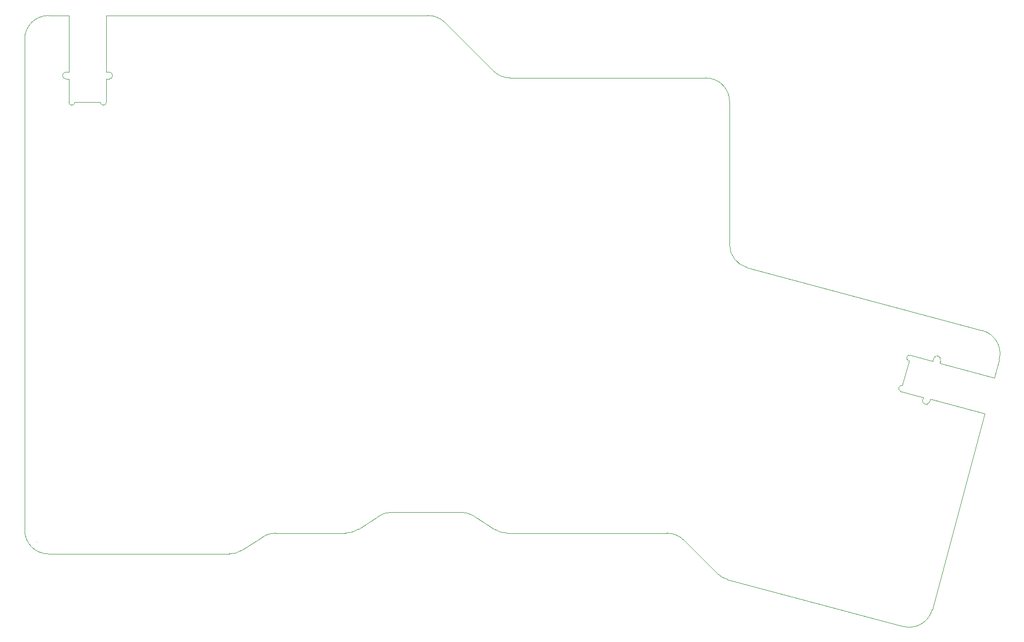
<source format=gm1>
G04 #@! TF.GenerationSoftware,KiCad,Pcbnew,(5.1.4)-1*
G04 #@! TF.CreationDate,2020-05-29T20:33:55-05:00*
G04 #@! TF.ProjectId,Keeb,4b656562-2e6b-4696-9361-645f70636258,rev?*
G04 #@! TF.SameCoordinates,Original*
G04 #@! TF.FileFunction,Profile,NP*
%FSLAX46Y46*%
G04 Gerber Fmt 4.6, Leading zero omitted, Abs format (unit mm)*
G04 Created by KiCad (PCBNEW (5.1.4)-1) date 2020-05-29 20:33:55*
%MOMM*%
%LPD*%
G04 APERTURE LIST*
%ADD10C,0.100000*%
G04 APERTURE END LIST*
D10*
X360582604Y-89774936D02*
X359770676Y-92805091D01*
X204123891Y-31867120D02*
X200691215Y-31867120D01*
X311241215Y-42367120D02*
X278348069Y-42367120D01*
X275519642Y-41195547D02*
X267362787Y-33038693D01*
X236698558Y-119610508D02*
G75*
G02X238874140Y-118967120I2175582J-3356613D01*
G01*
X315241215Y-46367120D02*
X315241215Y-70415335D01*
X233283870Y-121823732D02*
G75*
G02X231108289Y-122467120I-2175581J3356611D01*
G01*
X252783871Y-118323732D02*
G75*
G02X250608289Y-118967120I-2175582J3356612D01*
G01*
X311241215Y-42367120D02*
G75*
G02X315241215Y-46367120I0J-4000000D01*
G01*
X357754178Y-84875956D02*
G75*
G02X360582604Y-89774936I-1035277J-3863703D01*
G01*
X349311035Y-131841005D02*
X358140116Y-98890424D01*
X277874140Y-118967121D02*
X304708314Y-118967120D01*
X277874141Y-118967120D02*
G75*
G02X275698559Y-118323732I0J4000000D01*
G01*
X252783870Y-118323732D02*
X256198559Y-116110509D01*
X210423891Y-31867120D02*
X264534360Y-31867120D01*
X258374140Y-115467119D02*
X270108289Y-115467120D01*
X318205939Y-74279038D02*
G75*
G02X315241215Y-70415335I1035276J3863703D01*
G01*
X314924075Y-126768153D02*
G75*
G02X313130924Y-125732876I1035277J3863704D01*
G01*
X314924075Y-126768152D02*
X344412055Y-134669433D01*
X233283870Y-121823731D02*
X236698559Y-119610509D01*
X200691213Y-122467122D02*
G75*
G02X196691215Y-118467120I2J4000000D01*
G01*
X270108289Y-115467121D02*
G75*
G02X272283870Y-116110509I0J-3999999D01*
G01*
X256198558Y-116110507D02*
G75*
G02X258374140Y-115467119I2175582J-3356613D01*
G01*
X238874140Y-118967120D02*
X250608289Y-118967120D01*
X196691215Y-35867120D02*
G75*
G02X200691215Y-31867120I4000000J0D01*
G01*
X278348069Y-42367120D02*
G75*
G02X275519642Y-41195547I0J4000000D01*
G01*
X198691215Y-120467120D02*
G75*
G02X198691215Y-120467120I0J0D01*
G01*
X304708315Y-118967120D02*
G75*
G02X307536741Y-120138693I-1J-3999999D01*
G01*
X313130924Y-125732876D02*
X307536741Y-120138693D01*
X318205938Y-74279038D02*
X357754177Y-84875957D01*
X272283870Y-116110509D02*
X275698559Y-118323732D01*
X264534360Y-31867120D02*
G75*
G02X267362787Y-33038693I0J-4000000D01*
G01*
X349311035Y-131841005D02*
G75*
G02X344412055Y-134669433I-3863704J1035276D01*
G01*
X196691216Y-35867120D02*
X196691215Y-118467120D01*
X200691215Y-122467120D02*
X231108289Y-122467120D01*
X198691215Y-120467120D02*
G75*
G02X198691215Y-120467120I0J0D01*
G01*
X344037600Y-95111666D02*
G75*
G02X344296418Y-94145740I129409J482963D01*
G01*
X349551738Y-89601060D02*
G75*
G02X350710850Y-89911644I579556J-155292D01*
G01*
X350594382Y-90346310D02*
X359770676Y-92805091D01*
X349435270Y-90035727D02*
X345668159Y-89026334D01*
X349551738Y-89601060D02*
X349435270Y-90035727D01*
X345409339Y-89992259D02*
G75*
G02X345668159Y-89026333I129410J482963D01*
G01*
X348847353Y-96866311D02*
G75*
G02X347688241Y-96555725I-579556J155293D01*
G01*
X347804710Y-96121060D02*
X344037599Y-95111665D01*
X347688241Y-96555726D02*
X347804710Y-96121060D01*
X350710850Y-89911645D02*
X350594382Y-90346310D01*
X344296418Y-94145740D02*
X345409340Y-89992259D01*
X348847352Y-96866308D02*
X348963822Y-96431643D01*
X348963822Y-96431643D02*
X358140116Y-98890424D01*
X210423892Y-46467120D02*
G75*
G02X209423892Y-46467120I-500000J0D01*
G01*
X203673892Y-42567121D02*
G75*
G02X203673892Y-41367119I0J600001D01*
G01*
X204123892Y-41367119D02*
X204123892Y-31867120D01*
X204123892Y-42567120D02*
X204123893Y-46467120D01*
X203673892Y-42567120D02*
X204123892Y-42567120D01*
X205123892Y-46467120D02*
G75*
G02X204123892Y-46467120I-500000J0D01*
G01*
X210873893Y-41367120D02*
G75*
G02X210873891Y-42567120I-1J-600000D01*
G01*
X210423892Y-42567120D02*
X210423891Y-46467120D01*
X210873892Y-42567120D02*
X210423892Y-42567120D01*
X203673893Y-41367119D02*
X204123892Y-41367119D01*
X209423892Y-46467120D02*
X205123892Y-46467120D01*
X210873891Y-41367120D02*
X210423892Y-41367119D01*
X210423892Y-41367119D02*
X210423892Y-31867120D01*
M02*

</source>
